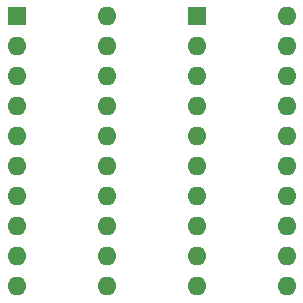
<source format=gbr>
%TF.GenerationSoftware,KiCad,Pcbnew,(6.0.7)*%
%TF.CreationDate,2022-08-17T10:28:51+09:00*%
%TF.ProjectId,demo_p02,64656d6f-5f70-4303-922e-6b696361645f,rev?*%
%TF.SameCoordinates,Original*%
%TF.FileFunction,Soldermask,Bot*%
%TF.FilePolarity,Negative*%
%FSLAX46Y46*%
G04 Gerber Fmt 4.6, Leading zero omitted, Abs format (unit mm)*
G04 Created by KiCad (PCBNEW (6.0.7)) date 2022-08-17 10:28:51*
%MOMM*%
%LPD*%
G01*
G04 APERTURE LIST*
%ADD10R,1.600000X1.600000*%
%ADD11O,1.600000X1.600000*%
G04 APERTURE END LIST*
D10*
%TO.C,U3*%
X97790000Y-69850000D03*
D11*
X97790000Y-72390000D03*
X97790000Y-74930000D03*
X97790000Y-77470000D03*
X97790000Y-80010000D03*
X97790000Y-82550000D03*
X97790000Y-85090000D03*
X97790000Y-87630000D03*
X97790000Y-90170000D03*
X97790000Y-92710000D03*
X105410000Y-92710000D03*
X105410000Y-90170000D03*
X105410000Y-87630000D03*
X105410000Y-85090000D03*
X105410000Y-82550000D03*
X105410000Y-80010000D03*
X105410000Y-77470000D03*
X105410000Y-74930000D03*
X105410000Y-72390000D03*
X105410000Y-69850000D03*
%TD*%
D10*
%TO.C,U2*%
X113040000Y-69855000D03*
D11*
X113040000Y-72395000D03*
X113040000Y-74935000D03*
X113040000Y-77475000D03*
X113040000Y-80015000D03*
X113040000Y-82555000D03*
X113040000Y-85095000D03*
X113040000Y-87635000D03*
X113040000Y-90175000D03*
X113040000Y-92715000D03*
X120660000Y-92715000D03*
X120660000Y-90175000D03*
X120660000Y-87635000D03*
X120660000Y-85095000D03*
X120660000Y-82555000D03*
X120660000Y-80015000D03*
X120660000Y-77475000D03*
X120660000Y-74935000D03*
X120660000Y-72395000D03*
X120660000Y-69855000D03*
%TD*%
M02*

</source>
